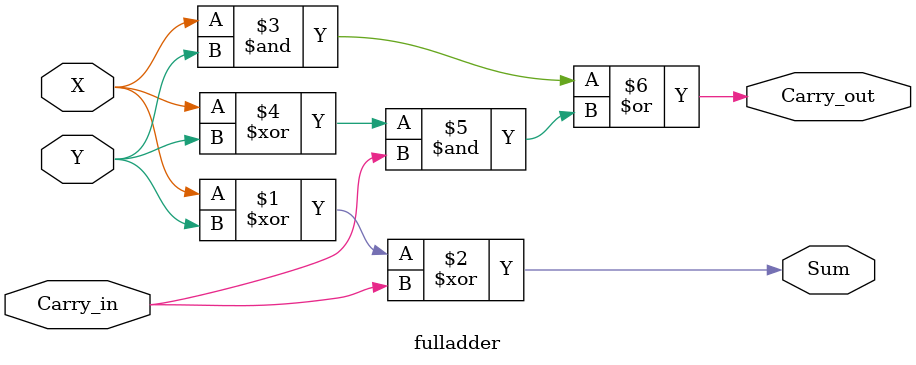
<source format=v>
module fulladder(
input wire X,
input wire Y,
input wire Carry_in,
output wire Sum,
output wire Carry_out
);

assign Sum = (X^Y^Carry_in);

assign Carry_out = ((X&Y)|(X^Y)&Carry_in);

endmodule

</source>
